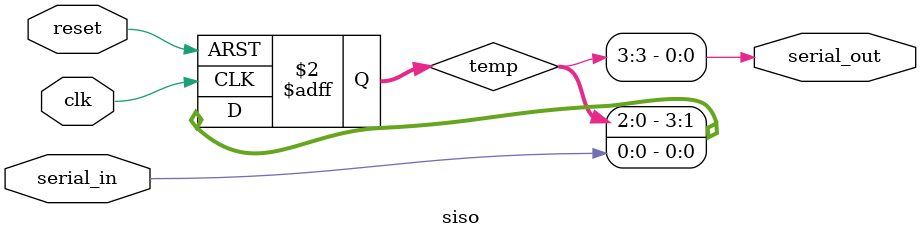
<source format=v>
module siso (
    input clk,
    input reset,
    input serial_in,
    output serial_out
);
    reg [3:0] temp;

    always @(posedge clk or posedge reset) begin
        if (reset)
            temp <= 4'b0000;
        else
            temp <= {temp[2:0], serial_in};
    end

    assign serial_out = temp[3];

endmodule

</source>
